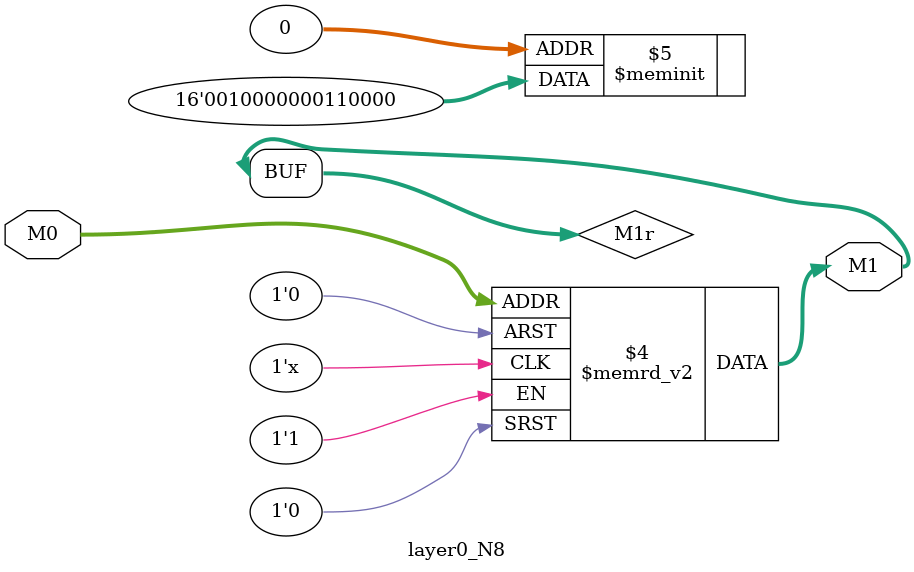
<source format=v>
module layer0_N8 ( input [2:0] M0, output [1:0] M1 );

	(*rom_style = "distributed" *) reg [1:0] M1r;
	assign M1 = M1r;
	always @ (M0) begin
		case (M0)
			3'b000: M1r = 2'b00;
			3'b100: M1r = 2'b00;
			3'b010: M1r = 2'b11;
			3'b110: M1r = 2'b10;
			3'b001: M1r = 2'b00;
			3'b101: M1r = 2'b00;
			3'b011: M1r = 2'b00;
			3'b111: M1r = 2'b00;

		endcase
	end
endmodule

</source>
